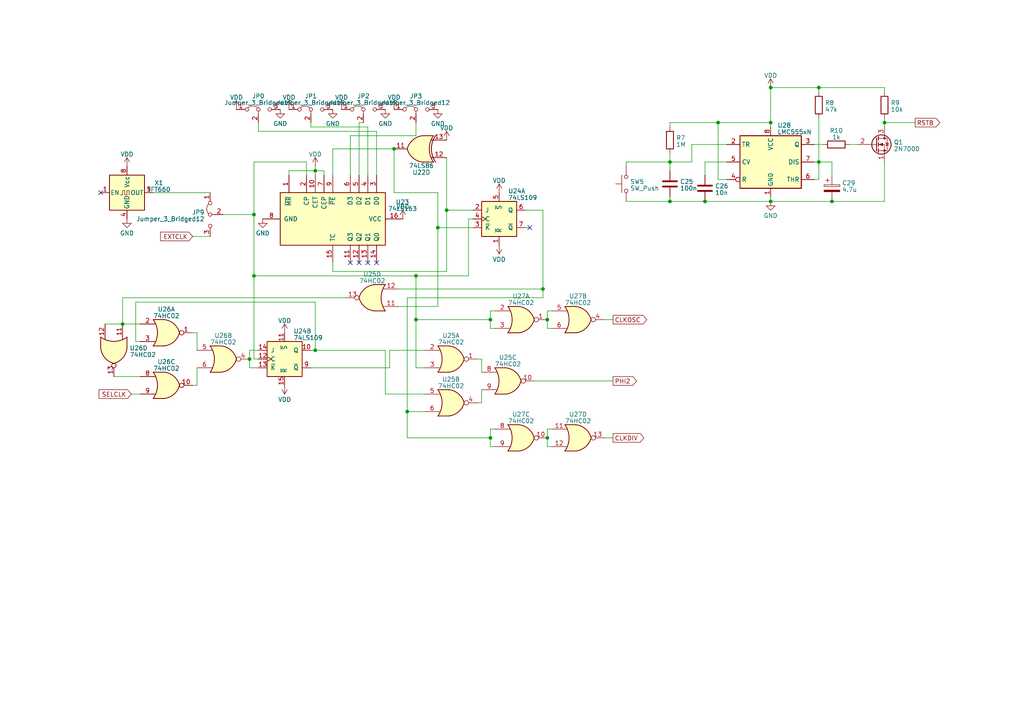
<source format=kicad_sch>
(kicad_sch (version 20230121) (generator eeschema)
  (paper "A4")
  (lib_symbols
    (symbol "74xx:74HC02" (pin_names (offset 1.016))
      (property "Reference" "U" (at 0 1.27 0))
      (property "Value" "74HC02" (at 0 -1.27 0))
      (symbol "74HC02_1_1"
        (arc (start -3.81 -3.81) (mid -2.589 0) (end -3.81 3.81) (stroke (width 0.254)))
        (arc (start -0.6096 -3.81) (mid 2.1842 -2.5851) (end 3.81 0) (stroke (width 0.254)) (fill (type background)))
        (polyline (pts (xy -3.81 -3.81) (xy -0.635 -3.81)) (stroke (width 0.254)) (fill (type background)))
        (polyline (pts (xy -3.81 3.81) (xy -0.635 3.81)) (stroke (width 0.254)) (fill (type background)))
        (polyline (pts (xy -0.635 3.81) (xy -3.81 3.81) (xy -3.81 3.81) (xy -3.556 3.4036) (xy -3.0226 2.2606) (xy -2.6924 1.0414) (xy -2.6162 -0.254) (xy -2.7686 -1.4986) (xy -3.175 -2.7178) (xy -3.81 -3.81) (xy -3.81 -3.81) (xy -0.635 -3.81)) (stroke (width -25.4)) (fill (type background)))
        (arc (start 3.81 0) (mid 2.1915 2.5936) (end -0.6096 3.81) (stroke (width 0.254)) (fill (type background)))
        (pin output inverted (at 7.62 0 180) (length 3.81) (name "~") (number "1"))
        (pin input line (at -7.62 2.54 0) (length 4.318) (name "~") (number "2"))
        (pin input line (at -7.62 -2.54 0) (length 4.318) (name "~") (number "3"))
      )
      (symbol "74HC02_1_2"
        (arc (start 0 -3.81) (mid 3.7934 0) (end 0 3.81) (stroke (width 0.254)) (fill (type background)))
        (polyline (pts (xy 0 3.81) (xy -3.81 3.81) (xy -3.81 -3.81) (xy 0 -3.81)) (stroke (width 0.254)) (fill (type background)))
        (pin output line (at 7.62 0 180) (length 3.81) (name "~") (number "1"))
        (pin input inverted (at -7.62 2.54 0) (length 3.81) (name "~") (number "2"))
        (pin input inverted (at -7.62 -2.54 0) (length 3.81) (name "~") (number "3"))
      )
      (symbol "74HC02_2_1"
        (arc (start -3.81 -3.81) (mid -2.589 0) (end -3.81 3.81) (stroke (width 0.254)))
        (arc (start -0.6096 -3.81) (mid 2.1842 -2.5851) (end 3.81 0) (stroke (width 0.254)) (fill (type background)))
        (polyline (pts (xy -3.81 -3.81) (xy -0.635 -3.81)) (stroke (width 0.254)) (fill (type background)))
        (polyline (pts (xy -3.81 3.81) (xy -0.635 3.81)) (stroke (width 0.254)) (fill (type background)))
        (polyline (pts (xy -0.635 3.81) (xy -3.81 3.81) (xy -3.81 3.81) (xy -3.556 3.4036) (xy -3.0226 2.2606) (xy -2.6924 1.0414) (xy -2.6162 -0.254) (xy -2.7686 -1.4986) (xy -3.175 -2.7178) (xy -3.81 -3.81) (xy -3.81 -3.81) (xy -0.635 -3.81)) (stroke (width -25.4)) (fill (type background)))
        (arc (start 3.81 0) (mid 2.1915 2.5936) (end -0.6096 3.81) (stroke (width 0.254)) (fill (type background)))
        (pin output inverted (at 7.62 0 180) (length 3.81) (name "~") (number "4"))
        (pin input line (at -7.62 2.54 0) (length 4.318) (name "~") (number "5"))
        (pin input line (at -7.62 -2.54 0) (length 4.318) (name "~") (number "6"))
      )
      (symbol "74HC02_2_2"
        (arc (start 0 -3.81) (mid 3.7934 0) (end 0 3.81) (stroke (width 0.254)) (fill (type background)))
        (polyline (pts (xy 0 3.81) (xy -3.81 3.81) (xy -3.81 -3.81) (xy 0 -3.81)) (stroke (width 0.254)) (fill (type background)))
        (pin output line (at 7.62 0 180) (length 3.81) (name "~") (number "4"))
        (pin input inverted (at -7.62 2.54 0) (length 3.81) (name "~") (number "5"))
        (pin input inverted (at -7.62 -2.54 0) (length 3.81) (name "~") (number "6"))
      )
      (symbol "74HC02_3_1"
        (arc (start -3.81 -3.81) (mid -2.589 0) (end -3.81 3.81) (stroke (width 0.254)))
        (arc (start -0.6096 -3.81) (mid 2.1842 -2.5851) (end 3.81 0) (stroke (width 0.254)) (fill (type background)))
        (polyline (pts (xy -3.81 -3.81) (xy -0.635 -3.81)) (stroke (width 0.254)) (fill (type background)))
        (polyline (pts (xy -3.81 3.81) (xy -0.635 3.81)) (stroke (width 0.254)) (fill (type background)))
        (polyline (pts (xy -0.635 3.81) (xy -3.81 3.81) (xy -3.81 3.81) (xy -3.556 3.4036) (xy -3.0226 2.2606) (xy -2.6924 1.0414) (xy -2.6162 -0.254) (xy -2.7686 -1.4986) (xy -3.175 -2.7178) (xy -3.81 -3.81) (xy -3.81 -3.81) (xy -0.635 -3.81)) (stroke (width -25.4)) (fill (type background)))
        (arc (start 3.81 0) (mid 2.1915 2.5936) (end -0.6096 3.81) (stroke (width 0.254)) (fill (type background)))
        (pin output inverted (at 7.62 0 180) (length 3.81) (name "~") (number "10"))
        (pin input line (at -7.62 2.54 0) (length 4.318) (name "~") (number "8"))
        (pin input line (at -7.62 -2.54 0) (length 4.318) (name "~") (number "9"))
      )
      (symbol "74HC02_3_2"
        (arc (start 0 -3.81) (mid 3.7934 0) (end 0 3.81) (stroke (width 0.254)) (fill (type background)))
        (polyline (pts (xy 0 3.81) (xy -3.81 3.81) (xy -3.81 -3.81) (xy 0 -3.81)) (stroke (width 0.254)) (fill (type background)))
        (pin output line (at 7.62 0 180) (length 3.81) (name "~") (number "10"))
        (pin input inverted (at -7.62 2.54 0) (length 3.81) (name "~") (number "8"))
        (pin input inverted (at -7.62 -2.54 0) (length 3.81) (name "~") (number "9"))
      )
      (symbol "74HC02_4_1"
        (arc (start -3.81 -3.81) (mid -2.589 0) (end -3.81 3.81) (stroke (width 0.254)))
        (arc (start -0.6096 -3.81) (mid 2.1842 -2.5851) (end 3.81 0) (stroke (width 0.254)) (fill (type background)))
        (polyline (pts (xy -3.81 -3.81) (xy -0.635 -3.81)) (stroke (width 0.254)) (fill (type background)))
        (polyline (pts (xy -3.81 3.81) (xy -0.635 3.81)) (stroke (width 0.254)) (fill (type background)))
        (polyline (pts (xy -0.635 3.81) (xy -3.81 3.81) (xy -3.81 3.81) (xy -3.556 3.4036) (xy -3.0226 2.2606) (xy -2.6924 1.0414) (xy -2.6162 -0.254) (xy -2.7686 -1.4986) (xy -3.175 -2.7178) (xy -3.81 -3.81) (xy -3.81 -3.81) (xy -0.635 -3.81)) (stroke (width -25.4)) (fill (type background)))
        (arc (start 3.81 0) (mid 2.1915 2.5936) (end -0.6096 3.81) (stroke (width 0.254)) (fill (type background)))
        (pin input line (at -7.62 2.54 0) (length 4.318) (name "~") (number "11"))
        (pin input line (at -7.62 -2.54 0) (length 4.318) (name "~") (number "12"))
        (pin output inverted (at 7.62 0 180) (length 3.81) (name "~") (number "13"))
      )
      (symbol "74HC02_4_2"
        (arc (start 0 -3.81) (mid 3.7934 0) (end 0 3.81) (stroke (width 0.254)) (fill (type background)))
        (polyline (pts (xy 0 3.81) (xy -3.81 3.81) (xy -3.81 -3.81) (xy 0 -3.81)) (stroke (width 0.254)) (fill (type background)))
        (pin input inverted (at -7.62 2.54 0) (length 3.81) (name "~") (number "11"))
        (pin input inverted (at -7.62 -2.54 0) (length 3.81) (name "~") (number "12"))
        (pin output line (at 7.62 0 180) (length 3.81) (name "~") (number "13"))
      )
      (symbol "74HC02_5_0"
        (pin power_in line (at 0 12.7 270) (length 5.08) (name "VCC") (number "14"))
        (pin power_in line (at 0 -12.7 90) (length 5.08) (name "GND") (number "7"))
      )
      (symbol "74HC02_5_1"
        (rectangle (start -5.08 7.62) (end 5.08 -7.62) (stroke (width 0.254)) (fill (type background)))
      )
    )
    (symbol "74xx:74LS109" (pin_names (offset 1.016))
      (property "Reference" "U" (at -7.62 8.89 0))
      (property "Value" "74LS109" (at -7.62 -8.89 0))
      (symbol "74LS109_1_0"
        (pin input line (at 0 -7.62 90) (length 2.54) (name "~{R}") (number "1"))
        (pin input line (at -7.62 2.54 0) (length 2.54) (name "J") (number "2"))
        (pin input line (at -7.62 -2.54 0) (length 2.54) (name "~{K}") (number "3"))
        (pin input clock (at -7.62 0 0) (length 2.54) (name "C") (number "4"))
        (pin input line (at 0 7.62 270) (length 2.54) (name "~{S}") (number "5"))
        (pin output line (at 7.62 2.54 180) (length 2.54) (name "Q") (number "6"))
        (pin output line (at 7.62 -2.54 180) (length 2.54) (name "~{Q}") (number "7"))
      )
      (symbol "74LS109_1_1"
        (rectangle (start -5.08 5.08) (end 5.08 -5.08) (stroke (width 0.254)) (fill (type background)))
      )
      (symbol "74LS109_2_0"
        (pin output line (at 7.62 2.54 180) (length 2.54) (name "Q") (number "10"))
        (pin input line (at 0 7.62 270) (length 2.54) (name "~{S}") (number "11"))
        (pin input clock (at -7.62 0 0) (length 2.54) (name "C") (number "12"))
        (pin input line (at -7.62 -2.54 0) (length 2.54) (name "~{K}") (number "13"))
        (pin input line (at -7.62 2.54 0) (length 2.54) (name "J") (number "14"))
        (pin input line (at 0 -7.62 90) (length 2.54) (name "~{R}") (number "15"))
        (pin output line (at 7.62 -2.54 180) (length 2.54) (name "~{Q}") (number "9"))
      )
      (symbol "74LS109_2_1"
        (rectangle (start -5.08 5.08) (end 5.08 -5.08) (stroke (width 0.254)) (fill (type background)))
      )
      (symbol "74LS109_3_0"
        (pin power_in line (at 0 10.16 270) (length 2.54) (name "VCC") (number "16"))
        (pin power_in line (at 0 -10.16 90) (length 2.54) (name "GND") (number "8"))
      )
      (symbol "74LS109_3_1"
        (rectangle (start -5.08 7.62) (end 5.08 -7.62) (stroke (width 0.254)) (fill (type background)))
      )
    )
    (symbol "74xx:74LS163" (pin_names (offset 1.016))
      (property "Reference" "U" (at -7.62 16.51 0))
      (property "Value" "74LS163" (at -7.62 -16.51 0))
      (symbol "74LS163_1_0"
        (pin input line (at -12.7 -12.7 0) (length 5.08) (name "~{MR}") (number "1"))
        (pin input line (at -12.7 -5.08 0) (length 5.08) (name "CET") (number "10"))
        (pin output line (at 12.7 5.08 180) (length 5.08) (name "Q3") (number "11"))
        (pin output line (at 12.7 7.62 180) (length 5.08) (name "Q2") (number "12"))
        (pin output line (at 12.7 10.16 180) (length 5.08) (name "Q1") (number "13"))
        (pin output line (at 12.7 12.7 180) (length 5.08) (name "Q0") (number "14"))
        (pin output line (at 12.7 0 180) (length 5.08) (name "TC") (number "15"))
        (pin power_in line (at 0 20.32 270) (length 5.08) (name "VCC") (number "16"))
        (pin input line (at -12.7 -7.62 0) (length 5.08) (name "CP") (number "2"))
        (pin input line (at -12.7 12.7 0) (length 5.08) (name "D0") (number "3"))
        (pin input line (at -12.7 10.16 0) (length 5.08) (name "D1") (number "4"))
        (pin input line (at -12.7 7.62 0) (length 5.08) (name "D2") (number "5"))
        (pin input line (at -12.7 5.08 0) (length 5.08) (name "D3") (number "6"))
        (pin input line (at -12.7 -2.54 0) (length 5.08) (name "CEP") (number "7"))
        (pin power_in line (at 0 -20.32 90) (length 5.08) (name "GND") (number "8"))
        (pin input line (at -12.7 0 0) (length 5.08) (name "~{PE}") (number "9"))
      )
      (symbol "74LS163_1_1"
        (rectangle (start -7.62 15.24) (end 7.62 -15.24) (stroke (width 0.254)) (fill (type background)))
      )
    )
    (symbol "74xx:74LS86" (pin_names (offset 1.016))
      (property "Reference" "U" (at 0 1.27 0))
      (property "Value" "74LS86" (at 0 -1.27 0))
      (symbol "74LS86_1_0"
        (arc (start -4.4196 -3.81) (mid -3.2033 0) (end -4.4196 3.81) (stroke (width 0.254)))
        (arc (start -3.81 -3.81) (mid -2.589 0) (end -3.81 3.81) (stroke (width 0.254)))
        (arc (start -0.6096 -3.81) (mid 2.1842 -2.5851) (end 3.81 0) (stroke (width 0.254)) (fill (type background)))
        (polyline (pts (xy -3.81 -3.81) (xy -0.635 -3.81)) (stroke (width 0.254)) (fill (type background)))
        (polyline (pts (xy -3.81 3.81) (xy -0.635 3.81)) (stroke (width 0.254)) (fill (type background)))
        (polyline (pts (xy -0.635 3.81) (xy -3.81 3.81) (xy -3.81 3.81) (xy -3.556 3.4036) (xy -3.0226 2.2606) (xy -2.6924 1.0414) (xy -2.6162 -0.254) (xy -2.7686 -1.4986) (xy -3.175 -2.7178) (xy -3.81 -3.81) (xy -3.81 -3.81) (xy -0.635 -3.81)) (stroke (width -25.4)) (fill (type background)))
        (arc (start 3.81 0) (mid 2.1915 2.5936) (end -0.6096 3.81) (stroke (width 0.254)) (fill (type background)))
        (pin input line (at -7.62 2.54 0) (length 4.445) (name "~") (number "1"))
        (pin input line (at -7.62 -2.54 0) (length 4.445) (name "~") (number "2"))
        (pin output line (at 7.62 0 180) (length 3.81) (name "~") (number "3"))
      )
      (symbol "74LS86_1_1"
        (polyline (pts (xy -3.81 -2.54) (xy -3.175 -2.54)) (stroke (width 0.1524)))
        (polyline (pts (xy -3.81 2.54) (xy -3.175 2.54)) (stroke (width 0.1524)))
      )
      (symbol "74LS86_2_0"
        (arc (start -4.4196 -3.81) (mid -3.2033 0) (end -4.4196 3.81) (stroke (width 0.254)))
        (arc (start -3.81 -3.81) (mid -2.589 0) (end -3.81 3.81) (stroke (width 0.254)))
        (arc (start -0.6096 -3.81) (mid 2.1842 -2.5851) (end 3.81 0) (stroke (width 0.254)) (fill (type background)))
        (polyline (pts (xy -3.81 -3.81) (xy -0.635 -3.81)) (stroke (width 0.254)) (fill (type background)))
        (polyline (pts (xy -3.81 3.81) (xy -0.635 3.81)) (stroke (width 0.254)) (fill (type background)))
        (polyline (pts (xy -0.635 3.81) (xy -3.81 3.81) (xy -3.81 3.81) (xy -3.556 3.4036) (xy -3.0226 2.2606) (xy -2.6924 1.0414) (xy -2.6162 -0.254) (xy -2.7686 -1.4986) (xy -3.175 -2.7178) (xy -3.81 -3.81) (xy -3.81 -3.81) (xy -0.635 -3.81)) (stroke (width -25.4)) (fill (type background)))
        (arc (start 3.81 0) (mid 2.1915 2.5936) (end -0.6096 3.81) (stroke (width 0.254)) (fill (type background)))
        (pin input line (at -7.62 2.54 0) (length 4.445) (name "~") (number "4"))
        (pin input line (at -7.62 -2.54 0) (length 4.445) (name "~") (number "5"))
        (pin output line (at 7.62 0 180) (length 3.81) (name "~") (number "6"))
      )
      (symbol "74LS86_2_1"
        (polyline (pts (xy -3.81 -2.54) (xy -3.175 -2.54)) (stroke (width 0.1524)))
        (polyline (pts (xy -3.81 2.54) (xy -3.175 2.54)) (stroke (width 0.1524)))
      )
      (symbol "74LS86_3_0"
        (arc (start -4.4196 -3.81) (mid -3.2033 0) (end -4.4196 3.81) (stroke (width 0.254)))
        (arc (start -3.81 -3.81) (mid -2.589 0) (end -3.81 3.81) (stroke (width 0.254)))
        (arc (start -0.6096 -3.81) (mid 2.1842 -2.5851) (end 3.81 0) (stroke (width 0.254)) (fill (type background)))
        (polyline (pts (xy -3.81 -3.81) (xy -0.635 -3.81)) (stroke (width 0.254)) (fill (type background)))
        (polyline (pts (xy -3.81 3.81) (xy -0.635 3.81)) (stroke (width 0.254)) (fill (type background)))
        (polyline (pts (xy -0.635 3.81) (xy -3.81 3.81) (xy -3.81 3.81) (xy -3.556 3.4036) (xy -3.0226 2.2606) (xy -2.6924 1.0414) (xy -2.6162 -0.254) (xy -2.7686 -1.4986) (xy -3.175 -2.7178) (xy -3.81 -3.81) (xy -3.81 -3.81) (xy -0.635 -3.81)) (stroke (width -25.4)) (fill (type background)))
        (arc (start 3.81 0) (mid 2.1915 2.5936) (end -0.6096 3.81) (stroke (width 0.254)) (fill (type background)))
        (pin input line (at -7.62 -2.54 0) (length 4.445) (name "~") (number "10"))
        (pin output line (at 7.62 0 180) (length 3.81) (name "~") (number "8"))
        (pin input line (at -7.62 2.54 0) (length 4.445) (name "~") (number "9"))
      )
      (symbol "74LS86_3_1"
        (polyline (pts (xy -3.81 -2.54) (xy -3.175 -2.54)) (stroke (width 0.1524)))
        (polyline (pts (xy -3.81 2.54) (xy -3.175 2.54)) (stroke (width 0.1524)))
      )
      (symbol "74LS86_4_0"
        (arc (start -4.4196 -3.81) (mid -3.2033 0) (end -4.4196 3.81) (stroke (width 0.254)))
        (arc (start -3.81 -3.81) (mid -2.589 0) (end -3.81 3.81) (stroke (width 0.254)))
        (arc (start -0.6096 -3.81) (mid 2.1842 -2.5851) (end 3.81 0) (stroke (width 0.254)) (fill (type background)))
        (polyline (pts (xy -3.81 -3.81) (xy -0.635 -3.81)) (stroke (width 0.254)) (fill (type background)))
        (polyline (pts (xy -3.81 3.81) (xy -0.635 3.81)) (stroke (width 0.254)) (fill (type background)))
        (polyline (pts (xy -0.635 3.81) (xy -3.81 3.81) (xy -3.81 3.81) (xy -3.556 3.4036) (xy -3.0226 2.2606) (xy -2.6924 1.0414) (xy -2.6162 -0.254) (xy -2.7686 -1.4986) (xy -3.175 -2.7178) (xy -3.81 -3.81) (xy -3.81 -3.81) (xy -0.635 -3.81)) (stroke (width -25.4)) (fill (type background)))
        (arc (start 3.81 0) (mid 2.1915 2.5936) (end -0.6096 3.81) (stroke (width 0.254)) (fill (type background)))
        (pin output line (at 7.62 0 180) (length 3.81) (name "~") (number "11"))
        (pin input line (at -7.62 2.54 0) (length 4.445) (name "~") (number "12"))
        (pin input line (at -7.62 -2.54 0) (length 4.445) (name "~") (number "13"))
      )
      (symbol "74LS86_4_1"
        (polyline (pts (xy -3.81 -2.54) (xy -3.175 -2.54)) (stroke (width 0.1524)))
        (polyline (pts (xy -3.81 2.54) (xy -3.175 2.54)) (stroke (width 0.1524)))
      )
      (symbol "74LS86_5_0"
        (pin power_in line (at 0 12.7 270) (length 5.08) (name "VCC") (number "14"))
        (pin power_in line (at 0 -12.7 90) (length 5.08) (name "GND") (number "7"))
      )
      (symbol "74LS86_5_1"
        (rectangle (start -5.08 7.62) (end 5.08 -7.62) (stroke (width 0.254)) (fill (type background)))
      )
    )
    (symbol "Device:C" (pin_numbers hide) (pin_names (offset 0.254))
      (property "Reference" "C" (at 0.635 2.54 0))
      (property "Value" "C" (at 0.635 -2.54 0))
      (symbol "C_0_1"
        (polyline (pts (xy -2.032 -0.762) (xy 2.032 -0.762)) (stroke (width 0.508)))
        (polyline (pts (xy -2.032 0.762) (xy 2.032 0.762)) (stroke (width 0.508)))
      )
      (symbol "C_1_1"
        (pin passive line (at 0 3.81 270) (length 2.794) (name "~") (number "1"))
        (pin passive line (at 0 -3.81 90) (length 2.794) (name "~") (number "2"))
      )
    )
    (symbol "Device:C_Polarized" (pin_numbers hide) (pin_names (offset 0.254))
      (property "Reference" "C" (at 0.635 2.54 0))
      (property "Value" "C_Polarized" (at 0.635 -2.54 0))
      (symbol "C_Polarized_0_1"
        (rectangle (start -2.286 0.508) (end 2.286 1.016))
        (polyline (pts (xy -1.778 2.286) (xy -0.762 2.286)))
        (polyline (pts (xy -1.27 2.794) (xy -1.27 1.778)))
        (rectangle (start 2.286 -0.508) (end -2.286 -1.016) (fill (type outline)))
      )
      (symbol "C_Polarized_1_1"
        (pin passive line (at 0 3.81 270) (length 2.794) (name "~") (number "1"))
        (pin passive line (at 0 -3.81 90) (length 2.794) (name "~") (number "2"))
      )
    )
    (symbol "Device:R" (pin_numbers hide) (pin_names (offset 0))
      (property "Reference" "R" (at 2.032 0 90))
      (property "Value" "R" (at 0 0 90))
      (symbol "R_0_1"
        (rectangle (start -1.016 -2.54) (end 1.016 2.54) (stroke (width 0.254)))
      )
      (symbol "R_1_1"
        (pin passive line (at 0 3.81 270) (length 1.27) (name "~") (number "1"))
        (pin passive line (at 0 -3.81 90) (length 1.27) (name "~") (number "2"))
      )
    )
    (symbol "Jumper:Jumper_3_Bridged12" (pin_names (offset 0) hide)
      (property "Reference" "JP" (at -2.54 -2.54 0))
      (property "Value" "Jumper_3_Bridged12" (at 0 2.794 0))
      (symbol "Jumper_3_Bridged12_0_0"
        (circle (center -3.302 0) (radius 0.508))
        (circle (center 0 0) (radius 0.508))
        (circle (center 3.302 0) (radius 0.508))
      )
      (symbol "Jumper_3_Bridged12_0_1"
        (arc (start -0.254 0.508) (mid -1.651 0.9912) (end -3.048 0.508))
        (polyline (pts (xy 0 -1.27) (xy 0 -0.508)))
      )
      (symbol "Jumper_3_Bridged12_1_1"
        (pin passive line (at -6.35 0 0) (length 2.54) (name "A") (number "1"))
        (pin passive line (at 0 -3.81 90) (length 2.54) (name "C") (number "2"))
        (pin passive line (at 6.35 0 180) (length 2.54) (name "B") (number "3"))
      )
    )
    (symbol "Oscillator:TFT660" (pin_names (offset 0.254))
      (property "Reference" "X" (at -5.08 6.35 0))
      (property "Value" "TFT660" (at 1.27 -6.35 0))
      (symbol "TFT660_0_1"
        (rectangle (start -5.08 5.08) (end 5.08 -5.08) (stroke (width 0.254)) (fill (type background)))
        (polyline (pts (xy -1.905 -0.635) (xy -1.27 -0.635) (xy -1.27 0.635) (xy -0.635 0.635) (xy -0.635 -0.635) (xy 0 -0.635) (xy 0 0.635) (xy 0.635 0.635) (xy 0.635 -0.635)))
      )
      (symbol "TFT660_1_1"
        (pin input line (at -7.62 0 0) (length 2.54) (name "EN") (number "1"))
        (pin power_in line (at 0 -7.62 90) (length 2.54) (name "GND") (number "4"))
        (pin output line (at 7.62 0 180) (length 2.54) (name "OUT") (number "5"))
        (pin power_in line (at 0 7.62 270) (length 2.54) (name "Vcc") (number "8"))
      )
    )
    (symbol "Switch:SW_Push" (pin_numbers hide) (pin_names (offset 1.016) hide)
      (property "Reference" "SW" (at 1.27 2.54 0))
      (property "Value" "SW_Push" (at 0 -1.524 0))
      (symbol "SW_Push_0_1"
        (circle (center -2.032 0) (radius 0.508))
        (polyline (pts (xy 0 1.27) (xy 0 3.048)))
        (polyline (pts (xy 2.54 1.27) (xy -2.54 1.27)))
        (circle (center 2.032 0) (radius 0.508))
        (pin passive line (at -5.08 0 0) (length 2.54) (name "1") (number "1"))
        (pin passive line (at 5.08 0 180) (length 2.54) (name "2") (number "2"))
      )
    )
    (symbol "Timer:LMC555xN"
      (property "Reference" "U" (at -10.16 8.89 0))
      (property "Value" "LMC555xN" (at 2.54 8.89 0))
      (symbol "LMC555xN_0_0"
        (pin power_in line (at 0 -10.16 90) (length 2.54) (name "GND") (number "1"))
        (pin power_in line (at 0 10.16 270) (length 2.54) (name "VCC") (number "8"))
      )
      (symbol "LMC555xN_0_1"
        (rectangle (start -8.89 -7.62) (end 8.89 7.62) (stroke (width 0.254)) (fill (type background)))
        (rectangle (start -8.89 -7.62) (end 8.89 7.62) (stroke (width 0.254)) (fill (type background)))
      )
      (symbol "LMC555xN_1_1"
        (pin input line (at -12.7 5.08 0) (length 3.81) (name "TR") (number "2"))
        (pin output line (at 12.7 5.08 180) (length 3.81) (name "Q") (number "3"))
        (pin input inverted (at -12.7 -5.08 0) (length 3.81) (name "R") (number "4"))
        (pin input line (at -12.7 0 0) (length 3.81) (name "CV") (number "5"))
        (pin input line (at 12.7 -5.08 180) (length 3.81) (name "THR") (number "6"))
        (pin input line (at 12.7 0 180) (length 3.81) (name "DIS") (number "7"))
      )
    )
    (symbol "Transistor_FET:2N7000" (pin_names hide)
      (property "Reference" "Q" (at 5.08 1.905 0))
      (property "Value" "2N7000" (at 5.08 0 0))
      (symbol "2N7000_0_1"
        (polyline (pts (xy 0.254 0) (xy -2.54 0)))
        (polyline (pts (xy 0.254 1.905) (xy 0.254 -1.905)) (stroke (width 0.254)))
        (polyline (pts (xy 0.762 -1.27) (xy 0.762 -2.286)) (stroke (width 0.254)))
        (polyline (pts (xy 0.762 0.508) (xy 0.762 -0.508)) (stroke (width 0.254)))
        (polyline (pts (xy 0.762 2.286) (xy 0.762 1.27)) (stroke (width 0.254)))
        (polyline (pts (xy 2.54 2.54) (xy 2.54 1.778)))
        (polyline (pts (xy 2.54 -2.54) (xy 2.54 0) (xy 0.762 0)))
        (polyline (pts (xy 0.762 -1.778) (xy 3.302 -1.778) (xy 3.302 1.778) (xy 0.762 1.778)))
        (polyline (pts (xy 1.016 0) (xy 2.032 0.381) (xy 2.032 -0.381) (xy 1.016 0)) (fill (type outline)))
        (polyline (pts (xy 2.794 0.508) (xy 2.921 0.381) (xy 3.683 0.381) (xy 3.81 0.254)))
        (polyline (pts (xy 3.302 0.381) (xy 2.921 -0.254) (xy 3.683 -0.254) (xy 3.302 0.381)))
        (circle (center 1.651 0) (radius 2.794) (stroke (width 0.254)))
        (circle (center 2.54 -1.778) (radius 0.254) (fill (type outline)))
        (circle (center 2.54 1.778) (radius 0.254) (fill (type outline)))
      )
      (symbol "2N7000_1_1"
        (pin passive line (at 2.54 -5.08 90) (length 2.54) (name "S") (number "1"))
        (pin input line (at -5.08 0 0) (length 2.54) (name "G") (number "2"))
        (pin passive line (at 2.54 5.08 270) (length 2.54) (name "D") (number "3"))
      )
    )
    (symbol "power:GND" (power) (pin_names (offset 0))
      (property "Value" "GND" (at 0 -3.81 0))
      (symbol "GND_0_1"
        (polyline (pts (xy 0 0) (xy 0 -1.27) (xy 1.27 -1.27) (xy 0 -2.54) (xy -1.27 -1.27) (xy 0 -1.27)))
      )
      (symbol "GND_1_1"
        (pin power_in line (at 0 0 270) (length 0) hide (name "GND") (number "1"))
      )
    )
    (symbol "power:VDD" (power) (pin_names (offset 0))
      (property "Value" "VDD" (at 0 3.81 0))
      (symbol "VDD_0_1"
        (polyline (pts (xy -0.762 1.27) (xy 0 2.54)))
        (polyline (pts (xy 0 0) (xy 0 2.54)))
        (polyline (pts (xy 0 2.54) (xy 0.762 1.27)))
      )
      (symbol "VDD_1_1"
        (pin power_in line (at 0 0 90) (length 0) hide (name "VDD") (number "1"))
      )
    )
  )
  (junction (at 118.11 119.38))
  (junction (at 223.52 35.56))
  (junction (at 120.65 80.01))
  (junction (at 237.49 46.99))
  (junction (at 127 66.04))
  (junction (at 157.48 83.82))
  (junction (at 241.3 58.42))
  (junction (at 73.66 62.23))
  (junction (at 237.49 25.4))
  (junction (at 129.54 60.96))
  (junction (at 91.44 49.53))
  (junction (at 91.44 101.6))
  (junction (at 223.52 25.4))
  (junction (at 158.75 92.71))
  (junction (at 208.28 35.56))
  (junction (at 35.56 93.98))
  (junction (at 72.39 104.14))
  (junction (at 142.24 127))
  (junction (at 223.52 58.42))
  (junction (at 120.65 92.71))
  (junction (at 73.66 80.01))
  (junction (at 194.31 46.99))
  (junction (at 142.24 92.71))
  (junction (at 204.47 58.42))
  (junction (at 194.31 58.42))
  (junction (at 256.54 35.56))
  (junction (at 114.3 43.18))
  (junction (at 158.75 127))
  (no_connect (at 109.22 76.2))
  (no_connect (at 29.21 55.88))
  (no_connect (at 153.67 66.04))
  (no_connect (at 101.6 76.2))
  (no_connect (at 104.14 76.2))
  (no_connect (at 106.68 76.2))
  (wire (pts (xy 158.75 92.71) (xy 158.75 90.17)))
  (wire (pts (xy 90.17 106.68) (xy 113.03 106.68)))
  (wire (pts (xy 200.66 46.99) (xy 194.31 46.99)))
  (wire (pts (xy 256.54 35.56) (xy 256.54 36.83)))
  (wire (pts (xy 157.48 86.36) (xy 118.11 86.36)))
  (wire (pts (xy 64.77 62.23) (xy 73.66 62.23)))
  (wire (pts (xy 129.54 60.96) (xy 129.54 78.74)))
  (wire (pts (xy 73.66 46.99) (xy 73.66 62.23)))
  (wire (pts (xy 139.7 113.03) (xy 139.7 116.84)))
  (wire (pts (xy 160.02 95.25) (xy 158.75 95.25)))
  (wire (pts (xy 129.54 78.74) (xy 96.52 78.74)))
  (wire (pts (xy 158.75 127) (xy 158.75 129.54)))
  (wire (pts (xy 35.56 86.36) (xy 35.56 93.98)))
  (wire (pts (xy 210.82 52.07) (xy 208.28 52.07)))
  (wire (pts (xy 256.54 58.42) (xy 256.54 46.99)))
  (wire (pts (xy 204.47 58.42) (xy 223.52 58.42)))
  (wire (pts (xy 93.98 50.8) (xy 93.98 49.53)))
  (wire (pts (xy 118.11 119.38) (xy 123.19 119.38)))
  (wire (pts (xy 256.54 25.4) (xy 237.49 25.4)))
  (wire (pts (xy 33.02 109.22) (xy 40.64 109.22)))
  (wire (pts (xy 194.31 58.42) (xy 204.47 58.42)))
  (wire (pts (xy 236.22 46.99) (xy 237.49 46.99)))
  (wire (pts (xy 106.68 36.83) (xy 106.68 50.8)))
  (wire (pts (xy 175.26 92.71) (xy 177.8 92.71)))
  (wire (pts (xy 57.15 101.6) (xy 57.15 96.52)))
  (wire (pts (xy 143.51 124.46) (xy 142.24 124.46)))
  (wire (pts (xy 142.24 95.25) (xy 143.51 95.25)))
  (wire (pts (xy 256.54 34.29) (xy 256.54 35.56)))
  (wire (pts (xy 39.37 99.06) (xy 39.37 87.63)))
  (wire (pts (xy 96.52 43.18) (xy 114.3 43.18)))
  (wire (pts (xy 223.52 35.56) (xy 223.52 36.83)))
  (wire (pts (xy 241.3 50.8) (xy 241.3 46.99)))
  (wire (pts (xy 109.22 38.1) (xy 109.22 50.8)))
  (wire (pts (xy 142.24 92.71) (xy 142.24 95.25)))
  (wire (pts (xy 115.57 83.82) (xy 157.48 83.82)))
  (wire (pts (xy 96.52 78.74) (xy 96.52 76.2)))
  (wire (pts (xy 113.03 101.6) (xy 123.19 101.6)))
  (wire (pts (xy 152.4 60.96) (xy 157.48 60.96)))
  (wire (pts (xy 127 88.9) (xy 127 66.04)))
  (wire (pts (xy 142.24 90.17) (xy 142.24 92.71)))
  (wire (pts (xy 237.49 25.4) (xy 237.49 26.67)))
  (wire (pts (xy 74.93 106.68) (xy 72.39 106.68)))
  (wire (pts (xy 142.24 92.71) (xy 120.65 92.71)))
  (wire (pts (xy 93.98 49.53) (xy 91.44 49.53)))
  (wire (pts (xy 223.52 25.4) (xy 223.52 35.56)))
  (wire (pts (xy 91.44 48.26) (xy 91.44 49.53)))
  (wire (pts (xy 73.66 80.01) (xy 120.65 80.01)))
  (wire (pts (xy 118.11 127) (xy 142.24 127)))
  (wire (pts (xy 44.45 55.88) (xy 60.96 55.88)))
  (wire (pts (xy 241.3 46.99) (xy 237.49 46.99)))
  (wire (pts (xy 83.82 49.53) (xy 91.44 49.53)))
  (wire (pts (xy 90.17 35.56) (xy 90.17 36.83)))
  (wire (pts (xy 236.22 41.91) (xy 238.76 41.91)))
  (wire (pts (xy 39.37 87.63) (xy 91.44 87.63)))
  (wire (pts (xy 138.43 104.14) (xy 139.7 104.14)))
  (wire (pts (xy 118.11 119.38) (xy 118.11 127)))
  (wire (pts (xy 73.66 62.23) (xy 73.66 80.01)))
  (wire (pts (xy 175.26 127) (xy 177.8 127)))
  (wire (pts (xy 154.94 110.49) (xy 177.8 110.49)))
  (wire (pts (xy 256.54 26.67) (xy 256.54 25.4)))
  (wire (pts (xy 223.52 57.15) (xy 223.52 58.42)))
  (wire (pts (xy 237.49 46.99) (xy 237.49 52.07)))
  (wire (pts (xy 157.48 60.96) (xy 157.48 83.82)))
  (wire (pts (xy 194.31 44.45) (xy 194.31 46.99)))
  (wire (pts (xy 120.65 80.01) (xy 135.89 80.01)))
  (wire (pts (xy 181.61 48.26) (xy 181.61 46.99)))
  (wire (pts (xy 237.49 34.29) (xy 237.49 46.99)))
  (wire (pts (xy 129.54 45.72) (xy 129.54 60.96)))
  (wire (pts (xy 72.39 101.6) (xy 72.39 104.14)))
  (wire (pts (xy 139.7 116.84) (xy 138.43 116.84)))
  (wire (pts (xy 158.75 95.25) (xy 158.75 92.71)))
  (wire (pts (xy 74.93 104.14) (xy 73.66 104.14)))
  (wire (pts (xy 91.44 87.63) (xy 91.44 101.6)))
  (wire (pts (xy 194.31 57.15) (xy 194.31 58.42)))
  (wire (pts (xy 158.75 90.17) (xy 160.02 90.17)))
  (wire (pts (xy 142.24 129.54) (xy 143.51 129.54)))
  (wire (pts (xy 142.24 127) (xy 142.24 129.54)))
  (wire (pts (xy 73.66 46.99) (xy 88.9 46.99)))
  (wire (pts (xy 139.7 104.14) (xy 139.7 107.95)))
  (wire (pts (xy 115.57 88.9) (xy 127 88.9)))
  (wire (pts (xy 88.9 46.99) (xy 88.9 50.8)))
  (wire (pts (xy 137.16 63.5) (xy 135.89 63.5)))
  (wire (pts (xy 57.15 111.76) (xy 55.88 111.76)))
  (wire (pts (xy 157.48 83.82) (xy 157.48 86.36)))
  (wire (pts (xy 127 55.88) (xy 127 66.04)))
  (wire (pts (xy 181.61 58.42) (xy 194.31 58.42)))
  (wire (pts (xy 152.4 66.04) (xy 153.67 66.04)))
  (wire (pts (xy 120.65 80.01) (xy 120.65 92.71)))
  (wire (pts (xy 158.75 129.54) (xy 160.02 129.54)))
  (wire (pts (xy 123.19 106.68) (xy 120.65 106.68)))
  (wire (pts (xy 104.14 35.56) (xy 104.14 50.8)))
  (wire (pts (xy 57.15 96.52) (xy 55.88 96.52)))
  (wire (pts (xy 118.11 86.36) (xy 118.11 119.38)))
  (wire (pts (xy 100.33 86.36) (xy 35.56 86.36)))
  (wire (pts (xy 57.15 106.68) (xy 57.15 111.76)))
  (wire (pts (xy 40.64 99.06) (xy 39.37 99.06)))
  (wire (pts (xy 210.82 41.91) (xy 200.66 41.91)))
  (wire (pts (xy 194.31 35.56) (xy 208.28 35.56)))
  (wire (pts (xy 241.3 58.42) (xy 256.54 58.42)))
  (wire (pts (xy 120.65 39.37) (xy 120.65 35.56)))
  (wire (pts (xy 74.93 35.56) (xy 74.93 38.1)))
  (wire (pts (xy 237.49 25.4) (xy 223.52 25.4)))
  (wire (pts (xy 55.88 68.58) (xy 60.96 68.58)))
  (wire (pts (xy 246.38 41.91) (xy 248.92 41.91)))
  (wire (pts (xy 135.89 63.5) (xy 135.89 80.01)))
  (wire (pts (xy 123.19 114.3) (xy 111.76 114.3)))
  (wire (pts (xy 113.03 106.68) (xy 113.03 101.6)))
  (wire (pts (xy 96.52 50.8) (xy 96.52 43.18)))
  (wire (pts (xy 105.41 35.56) (xy 104.14 35.56)))
  (wire (pts (xy 127 66.04) (xy 137.16 66.04)))
  (wire (pts (xy 90.17 36.83) (xy 106.68 36.83)))
  (wire (pts (xy 101.6 50.8) (xy 101.6 39.37)))
  (wire (pts (xy 158.75 124.46) (xy 158.75 127)))
  (wire (pts (xy 210.82 46.99) (xy 204.47 46.99)))
  (wire (pts (xy 73.66 104.14) (xy 73.66 80.01)))
  (wire (pts (xy 74.93 38.1) (xy 109.22 38.1)))
  (wire (pts (xy 208.28 35.56) (xy 223.52 35.56)))
  (wire (pts (xy 137.16 60.96) (xy 129.54 60.96)))
  (wire (pts (xy 204.47 46.99) (xy 204.47 50.8)))
  (wire (pts (xy 35.56 93.98) (xy 40.64 93.98)))
  (wire (pts (xy 38.1 114.3) (xy 40.64 114.3)))
  (wire (pts (xy 237.49 52.07) (xy 236.22 52.07)))
  (wire (pts (xy 72.39 106.68) (xy 72.39 104.14)))
  (wire (pts (xy 91.44 101.6) (xy 111.76 101.6)))
  (wire (pts (xy 101.6 39.37) (xy 120.65 39.37)))
  (wire (pts (xy 194.31 36.83) (xy 194.31 35.56)))
  (wire (pts (xy 200.66 41.91) (xy 200.66 46.99)))
  (wire (pts (xy 83.82 50.8) (xy 83.82 49.53)))
  (wire (pts (xy 160.02 124.46) (xy 158.75 124.46)))
  (wire (pts (xy 143.51 90.17) (xy 142.24 90.17)))
  (wire (pts (xy 91.44 49.53) (xy 91.44 50.8)))
  (wire (pts (xy 114.3 55.88) (xy 127 55.88)))
  (wire (pts (xy 181.61 46.99) (xy 194.31 46.99)))
  (wire (pts (xy 91.44 101.6) (xy 90.17 101.6)))
  (wire (pts (xy 30.48 93.98) (xy 35.56 93.98)))
  (wire (pts (xy 223.52 58.42) (xy 241.3 58.42)))
  (wire (pts (xy 208.28 52.07) (xy 208.28 35.56)))
  (wire (pts (xy 114.3 43.18) (xy 114.3 55.88)))
  (wire (pts (xy 142.24 124.46) (xy 142.24 127)))
  (wire (pts (xy 120.65 92.71) (xy 120.65 106.68)))
  (wire (pts (xy 194.31 46.99) (xy 194.31 49.53)))
  (wire (pts (xy 74.93 101.6) (xy 72.39 101.6)))
  (wire (pts (xy 256.54 35.56) (xy 265.43 35.56)))
  (wire (pts (xy 111.76 101.6) (xy 111.76 114.3)))
  (global_label "SELCLK" (shape input) (at 38.1 114.3 180) (property "Intersheetrefs" "${INTERSHEET_REFS}" (effects hide)))
  (global_label "RSTB" (shape output) (at 265.43 35.56 0) (property "Intersheetrefs" "${INTERSHEET_REFS}" (effects hide)))
  (global_label "CLKDIV" (shape output) (at 177.8 127 0) (property "Intersheetrefs" "${INTERSHEET_REFS}" (effects hide)))
  (global_label "PHI2" (shape output) (at 177.8 110.49 0) (property "Intersheetrefs" "${INTERSHEET_REFS}" (effects hide)))
  (global_label "EXTCLK" (shape input) (at 55.88 68.58 180) (property "Intersheetrefs" "${INTERSHEET_REFS}" (effects hide)))
  (global_label "CLKOSC" (shape output) (at 177.8 92.71 0) (property "Intersheetrefs" "${INTERSHEET_REFS}" (effects hide)))
  (symbol (lib_id "power:GND") (at 36.83 63.5 0) (unit 1)
    (property "Reference" "#PWR05" (effects hide))
    (property "Value" "GND" (at 36.83 67.6355 0))
    (instances (project "EXP6502" (path "" (reference "#PWR05") (unit 1)) (path "" (reference "#PWR010") (unit 1)) (path "" (reference "#PWR012") (unit 1)) (path "" (reference "#PWR077") (unit 1))))
  )
  (symbol (lib_id "Device:R") (at 194.31 40.64 0) (unit 1)
    (property "Reference" "R7" (at 196.088 39.9963 0) (effects (justify left)))
    (property "Value" "1M" (at 196.088 41.9173 0) (effects (justify left)))
    (property "Footprint" "Resistor_THT:R_Axial_DIN0207_L6.3mm_D2.5mm_P2.54mm_Vertical" (effects hide))
  )
  (symbol (lib_id "power:GND") (at 223.52 58.42 0) (unit 1)
    (property "Reference" "#PWR05" (effects hide))
    (property "Value" "GND" (at 223.52 62.5555 0))
    (instances (project "EXP6502" (path "" (reference "#PWR05") (unit 1)) (path "" (reference "#PWR010") (unit 1)) (path "" (reference "#PWR012") (unit 1)) (path "" (reference "#PWR089") (unit 1))))
  )
  (symbol (lib_id "Jumper:Jumper_3_Bridged12") (at 60.96 62.23 90) (mirror x) (unit 1)
    (property "Reference" "JP9" (at 59.3338 61.5863 90) (effects (justify left)))
    (property "Value" "Jumper_3_Bridged12" (at 59.3338 63.5073 90) (effects (justify left)))
    (property "Footprint" "Connector_PinHeader_2.54mm:PinHeader_1x03_P2.54mm_Vertical" (effects hide))
  )
  (symbol (lib_id "74xx:74HC02") (at 107.95 86.36 180) (unit 4)
    (property "Reference" "U25" (at 107.95 79.5401 0))
    (property "Value" "74HC02" (at 107.95 81.4611 0))
    (property "Footprint" "Package_DIP:DIP-14_W7.62mm" (effects hide))
    (property "Datasheet" "http://www.ti.com/lit/gpn/sn74hc02" (effects hide))
  )
  (symbol (lib_id "power:GND") (at 96.52 31.75 0) (unit 1)
    (property "Reference" "#PWR05" (effects hide))
    (property "Value" "GND" (at 96.52 35.8855 0))
    (instances (project "EXP6502" (path "" (reference "#PWR05") (unit 1)) (path "" (reference "#PWR010") (unit 1)) (path "" (reference "#PWR012") (unit 1)) (path "" (reference "#PWR074") (unit 1))))
  )
  (symbol (lib_id "power:VDD") (at 36.83 48.26 0) (unit 1)
    (property "Reference" "#PWR01" (effects hide))
    (property "Value" "VDD" (at 36.83 44.7581 0))
    (instances (project "EXP6502" (path "" (reference "#PWR01") (unit 1)) (path "" (reference "#PWR09") (unit 1)) (path "" (reference "#PWR011") (unit 1)) (path "" (reference "#PWR078") (unit 1))))
  )
  (symbol (lib_id "power:VDD") (at 99.06 31.75 0) (unit 1)
    (property "Reference" "#PWR01" (effects hide))
    (property "Value" "VDD" (at 99.06 28.2481 0))
    (instances (project "EXP6502" (path "" (reference "#PWR01") (unit 1)) (path "" (reference "#PWR09") (unit 1)) (path "" (reference "#PWR011") (unit 1)) (path "" (reference "#PWR071") (unit 1))))
  )
  (symbol (lib_id "Device:C_Polarized") (at 241.3 54.61 0) (unit 1)
    (property "Reference" "C29" (at 244.221 53.0773 0) (effects (justify left)))
    (property "Value" "4.7u" (at 244.221 54.9983 0) (effects (justify left)))
    (property "Footprint" "Capacitor_THT:CP_Radial_D5.0mm_P2.00mm" (effects hide))
  )
  (symbol (lib_id "74xx:74HC02") (at 33.02 101.6 270) (unit 4)
    (property "Reference" "U26" (at 37.592 100.9563 90) (effects (justify left)))
    (property "Value" "74HC02" (at 37.592 102.8773 90) (effects (justify left)))
    (property "Footprint" "Package_DIP:DIP-14_W7.62mm" (effects hide))
    (property "Datasheet" "http://www.ti.com/lit/gpn/sn74hc02" (effects hide))
  )
  (symbol (lib_id "power:VDD") (at 82.55 96.52 0) (unit 1)
    (property "Reference" "#PWR01" (effects hide))
    (property "Value" "VDD" (at 82.55 93.0181 0))
    (instances (project "EXP6502" (path "" (reference "#PWR01") (unit 1)) (path "" (reference "#PWR09") (unit 1)) (path "" (reference "#PWR011") (unit 1)) (path "" (reference "#PWR063") (unit 1))))
  )
  (symbol (lib_id "power:VDD") (at 68.58 31.75 0) (unit 1)
    (property "Reference" "#PWR01" (effects hide))
    (property "Value" "VDD" (at 68.58 28.2481 0))
    (instances (project "EXP6502" (path "" (reference "#PWR01") (unit 1)) (path "" (reference "#PWR09") (unit 1)) (path "" (reference "#PWR011") (unit 1)) (path "" (reference "#PWR069") (unit 1))))
  )
  (symbol (lib_id "74xx:74LS163") (at 96.52 63.5 270) (unit 1)
    (property "Reference" "U23" (at 116.736 58.6103 90))
    (property "Value" "74LS163" (at 116.736 60.5313 90))
    (property "Footprint" "Package_DIP:DIP-16_W7.62mm" (effects hide))
    (property "Datasheet" "http://www.ti.com/lit/gpn/sn74LS163" (effects hide))
  )
  (symbol (lib_id "Jumper:Jumper_3_Bridged12") (at 120.65 31.75 0) (unit 1)
    (property "Reference" "JP3" (at 120.65 27.8759 0))
    (property "Value" "Jumper_3_Bridged12" (at 120.65 29.7969 0))
    (property "Footprint" "Connector_PinHeader_2.54mm:PinHeader_1x03_P2.54mm_Vertical" (effects hide))
  )
  (symbol (lib_id "Jumper:Jumper_3_Bridged12") (at 74.93 31.75 0) (unit 1)
    (property "Reference" "JP0" (at 74.93 27.8759 0))
    (property "Value" "Jumper_3_Bridged12" (at 74.93 29.7969 0))
    (property "Footprint" "Connector_PinHeader_2.54mm:PinHeader_1x03_P2.54mm_Vertical" (effects hide))
  )
  (symbol (lib_id "power:VDD") (at 116.84 63.5 0) (unit 1)
    (property "Reference" "#PWR01" (effects hide))
    (property "Value" "VDD" (at 116.84 59.9981 0))
    (instances (project "EXP6502" (path "" (reference "#PWR01") (unit 1)) (path "" (reference "#PWR09") (unit 1)) (path "" (reference "#PWR011") (unit 1)) (path "" (reference "#PWR062") (unit 1))))
  )
  (symbol (lib_id "power:VDD") (at 114.3 31.75 0) (unit 1)
    (property "Reference" "#PWR01" (effects hide))
    (property "Value" "VDD" (at 114.3 28.2481 0))
    (instances (project "EXP6502" (path "" (reference "#PWR01") (unit 1)) (path "" (reference "#PWR09") (unit 1)) (path "" (reference "#PWR011") (unit 1)) (path "" (reference "#PWR072") (unit 1))))
  )
  (symbol (lib_id "74xx:74HC02") (at 147.32 110.49 0) (unit 3)
    (property "Reference" "U25" (at 147.32 103.6701 0))
    (property "Value" "74HC02" (at 147.32 105.5911 0))
    (property "Footprint" "Package_DIP:DIP-14_W7.62mm" (effects hide))
    (property "Datasheet" "http://www.ti.com/lit/gpn/sn74hc02" (effects hide))
  )
  (symbol (lib_id "Jumper:Jumper_3_Bridged12") (at 90.17 31.75 0) (unit 1)
    (property "Reference" "JP1" (at 90.17 27.8759 0))
    (property "Value" "Jumper_3_Bridged12" (at 90.17 29.7969 0))
    (property "Footprint" "Connector_PinHeader_2.54mm:PinHeader_1x03_P2.54mm_Vertical" (effects hide))
  )
  (symbol (lib_id "Switch:SW_Push") (at 181.61 53.34 90) (unit 1)
    (property "Reference" "SW5" (at 182.753 52.6963 90) (effects (justify right)))
    (property "Value" "SW_Push" (at 182.753 54.6173 90) (effects (justify right)))
    (property "Footprint" "Button_Switch_THT:SW_PUSH_6mm" (effects hide))
    (instances (project "EXP6502" (path "" (reference "SW5") (unit 1)) (path "" (reference "SW6") (unit 1))))
  )
  (symbol (lib_id "74xx:74HC02") (at 151.13 127 0) (unit 3)
    (property "Reference" "U27" (at 151.13 120.1801 0))
    (property "Value" "74HC02" (at 151.13 122.1011 0))
    (property "Footprint" "Package_DIP:DIP-14_W7.62mm" (effects hide))
    (property "Datasheet" "http://www.ti.com/lit/gpn/sn74hc02" (effects hide))
  )
  (symbol (lib_id "74xx:74HC02") (at 151.13 92.71 0) (unit 1)
    (property "Reference" "U27" (at 151.13 85.8901 0))
    (property "Value" "74HC02" (at 151.13 87.8111 0))
    (property "Footprint" "Package_DIP:DIP-14_W7.62mm" (effects hide))
    (property "Datasheet" "http://www.ti.com/lit/gpn/sn74hc02" (effects hide))
  )
  (symbol (lib_id "Device:R") (at 242.57 41.91 90) (unit 1)
    (property "Reference" "R10" (at 242.57 37.8841 90))
    (property "Value" "1k" (at 242.57 39.8051 90))
    (property "Footprint" "Resistor_THT:R_Axial_DIN0207_L6.3mm_D2.5mm_P2.54mm_Vertical" (effects hide))
  )
  (symbol (lib_id "74xx:74HC02") (at 64.77 104.14 0) (unit 2)
    (property "Reference" "U26" (at 64.77 97.3201 0))
    (property "Value" "74HC02" (at 64.77 99.2411 0))
    (property "Footprint" "Package_DIP:DIP-14_W7.62mm" (effects hide))
    (property "Datasheet" "http://www.ti.com/lit/gpn/sn74hc02" (effects hide))
  )
  (symbol (lib_id "74xx:74HC02") (at 167.64 92.71 0) (unit 2)
    (property "Reference" "U27" (at 167.64 85.8901 0))
    (property "Value" "74HC02" (at 167.64 87.8111 0))
    (property "Footprint" "Package_DIP:DIP-14_W7.62mm" (effects hide))
    (property "Datasheet" "http://www.ti.com/lit/gpn/sn74hc02" (effects hide))
  )
  (symbol (lib_id "Timer:LMC555xN") (at 223.52 46.99 0) (unit 1)
    (property "Reference" "U28" (at 225.4759 36.3601 0) (effects (justify left)))
    (property "Value" "LMC555xN" (at 225.4759 38.2811 0) (effects (justify left)))
    (property "Footprint" "Package_DIP:DIP-8_W7.62mm" (effects hide))
    (property "Datasheet" "http://www.ti.com/lit/ds/symlink/lmc555.pdf" (effects hide))
  )
  (symbol (lib_id "74xx:74HC02") (at 48.26 96.52 0) (unit 1)
    (property "Reference" "U26" (at 48.26 89.7001 0))
    (property "Value" "74HC02" (at 48.26 91.6211 0))
    (property "Footprint" "Package_DIP:DIP-14_W7.62mm" (effects hide))
    (property "Datasheet" "http://www.ti.com/lit/gpn/sn74hc02" (effects hide))
  )
  (symbol (lib_id "power:VDD") (at 91.44 48.26 0) (unit 1)
    (property "Reference" "#PWR01" (effects hide))
    (property "Value" "VDD" (at 91.44 44.7581 0))
    (instances (project "EXP6502" (path "" (reference "#PWR01") (unit 1)) (path "" (reference "#PWR09") (unit 1)) (path "" (reference "#PWR011") (unit 1)) (path "" (reference "#PWR068") (unit 1))))
  )
  (symbol (lib_id "power:VDD") (at 223.52 25.4 0) (unit 1)
    (property "Reference" "#PWR01" (effects hide))
    (property "Value" "VDD" (at 223.52 21.8981 0))
    (instances (project "EXP6502" (path "" (reference "#PWR01") (unit 1)) (path "" (reference "#PWR09") (unit 1)) (path "" (reference "#PWR011") (unit 1)) (path "" (reference "#PWR088") (unit 1))))
  )
  (symbol (lib_id "74xx:74LS109") (at 144.78 63.5 0) (unit 1)
    (property "Reference" "U24" (at 147.3455 55.4101 0) (effects (justify left)))
    (property "Value" "74LS109" (at 147.3455 57.3311 0) (effects (justify left)))
    (property "Footprint" "Package_DIP:DIP-16_W7.62mm" (effects hide))
    (property "Datasheet" "http://www.ti.com/lit/gpn/sn74LS109" (effects hide))
  )
  (symbol (lib_id "74xx:74HC02") (at 167.64 127 0) (unit 4)
    (property "Reference" "U27" (at 167.64 120.1801 0))
    (property "Value" "74HC02" (at 167.64 122.1011 0))
    (property "Footprint" "Package_DIP:DIP-14_W7.62mm" (effects hide))
    (property "Datasheet" "http://www.ti.com/lit/gpn/sn74hc02" (effects hide))
  )
  (symbol (lib_id "Device:C") (at 194.31 53.34 0) (unit 1)
    (property "Reference" "C25" (at 197.231 52.6963 0) (effects (justify left)))
    (property "Value" "100n" (at 197.231 54.6173 0) (effects (justify left)))
    (property "Footprint" "Capacitor_THT:C_Disc_D3.8mm_W2.6mm_P2.50mm" (effects hide))
    (instances (project "EXP6502" (path "" (reference "C25") (unit 1)) (path "" (reference "C27") (unit 1))))
  )
  (symbol (lib_id "power:GND") (at 127 31.75 0) (unit 1)
    (property "Reference" "#PWR05" (effects hide))
    (property "Value" "GND" (at 127 35.8855 0))
    (instances (project "EXP6502" (path "" (reference "#PWR05") (unit 1)) (path "" (reference "#PWR010") (unit 1)) (path "" (reference "#PWR012") (unit 1)) (path "" (reference "#PWR076") (unit 1))))
  )
  (symbol (lib_id "Device:C") (at 204.47 54.61 0) (unit 1)
    (property "Reference" "C26" (at 207.391 53.9663 0) (effects (justify left)))
    (property "Value" "10n" (at 207.391 55.8873 0) (effects (justify left)))
    (property "Footprint" "Capacitor_THT:C_Disc_D3.8mm_W2.6mm_P2.50mm" (effects hide))
    (instances (project "EXP6502" (path "" (reference "C26") (unit 1)) (path "" (reference "C28") (unit 1))))
  )
  (symbol (lib_id "74xx:74LS86") (at 121.92 43.18 180) (unit 4)
    (property "Reference" "U22" (at 122.2248 49.9999 0))
    (property "Value" "74LS86" (at 122.2248 48.0789 0))
    (property "Footprint" "Package_DIP:DIP-14_W7.62mm" (effects hide))
    (property "Datasheet" "74xx/74ls86.pdf" (effects hide))
  )
  (symbol (lib_id "power:VDD") (at 144.78 55.88 0) (unit 1)
    (property "Reference" "#PWR01" (effects hide))
    (property "Value" "VDD" (at 144.78 52.3781 0))
    (instances (project "EXP6502" (path "" (reference "#PWR01") (unit 1)) (path "" (reference "#PWR09") (unit 1)) (path "" (reference "#PWR011") (unit 1)) (path "" (reference "#PWR064") (unit 1))))
  )
  (symbol (lib_id "Device:R") (at 256.54 30.48 0) (unit 1)
    (property "Reference" "R9" (at 258.318 29.8363 0) (effects (justify left)))
    (property "Value" "10k" (at 258.318 31.7573 0) (effects (justify left)))
    (property "Footprint" "Resistor_THT:R_Axial_DIN0207_L6.3mm_D2.5mm_P2.54mm_Vertical" (effects hide))
  )
  (symbol (lib_id "Device:R") (at 237.49 30.48 0) (unit 1)
    (property "Reference" "R8" (at 239.268 29.8363 0) (effects (justify left)))
    (property "Value" "47k" (at 239.268 31.7573 0) (effects (justify left)))
    (property "Footprint" "Resistor_THT:R_Axial_DIN0207_L6.3mm_D2.5mm_P2.54mm_Vertical" (effects hide))
  )
  (symbol (lib_id "power:VDD") (at 83.82 31.75 0) (unit 1)
    (property "Reference" "#PWR01" (effects hide))
    (property "Value" "VDD" (at 83.82 28.2481 0))
    (instances (project "EXP6502" (path "" (reference "#PWR01") (unit 1)) (path "" (reference "#PWR09") (unit 1)) (path "" (reference "#PWR011") (unit 1)) (path "" (reference "#PWR070") (unit 1))))
  )
  (symbol (lib_id "74xx:74LS109") (at 82.55 104.14 0) (unit 2)
    (property "Reference" "U24" (at 85.1155 96.0501 0) (effects (justify left)))
    (property "Value" "74LS109" (at 85.1155 97.9711 0) (effects (justify left)))
    (property "Footprint" "Package_DIP:DIP-16_W7.62mm" (effects hide))
    (property "Datasheet" "http://www.ti.com/lit/gpn/sn74LS109" (effects hide))
  )
  (symbol (lib_id "Jumper:Jumper_3_Bridged12") (at 105.41 31.75 0) (unit 1)
    (property "Reference" "JP2" (at 105.41 27.8759 0))
    (property "Value" "Jumper_3_Bridged12" (at 105.41 29.7969 0))
    (property "Footprint" "Connector_PinHeader_2.54mm:PinHeader_1x03_P2.54mm_Vertical" (effects hide))
  )
  (symbol (lib_id "74xx:74HC02") (at 130.81 104.14 0) (unit 1)
    (property "Reference" "U25" (at 130.81 97.3201 0))
    (property "Value" "74HC02" (at 130.81 99.2411 0))
    (property "Footprint" "Package_DIP:DIP-14_W7.62mm" (effects hide))
    (property "Datasheet" "http://www.ti.com/lit/gpn/sn74hc02" (effects hide))
  )
  (symbol (lib_id "power:GND") (at 111.76 31.75 0) (unit 1)
    (property "Reference" "#PWR05" (effects hide))
    (property "Value" "GND" (at 111.76 35.8855 0))
    (instances (project "EXP6502" (path "" (reference "#PWR05") (unit 1)) (path "" (reference "#PWR010") (unit 1)) (path "" (reference "#PWR012") (unit 1)) (path "" (reference "#PWR075") (unit 1))))
  )
  (symbol (lib_id "power:VDD") (at 129.54 40.64 0) (unit 1)
    (property "Reference" "#PWR01" (effects hide))
    (property "Value" "VDD" (at 129.54 37.1381 0))
    (instances (project "EXP6502" (path "" (reference "#PWR01") (unit 1)) (path "" (reference "#PWR09") (unit 1)) (path "" (reference "#PWR011") (unit 1)) (path "" (reference "#PWR052") (unit 1))))
  )
  (symbol (lib_id "Transistor_FET:2N7000") (at 254 41.91 0) (unit 1)
    (property "Reference" "Q1" (at 259.207 41.2663 0) (effects (justify left)))
    (property "Value" "2N7000" (at 259.207 43.1873 0) (effects (justify left)))
    (property "Footprint" "Package_TO_SOT_THT:TO-92_Inline" (effects hide))
    (property "Datasheet" "https://www.vishay.com/docs/70226/70226.pdf" (effects hide))
  )
  (symbol (lib_id "Oscillator:TFT660") (at 36.83 55.88 0) (unit 1)
    (property "Reference" "X1" (at 46.0696 53.0479 0))
    (property "Value" "TFT660" (at 46.0696 54.9689 0))
    (property "Footprint" "Oscillator:Oscillator_DIP-8" (effects hide))
    (property "Datasheet" "http://cdn-reichelt.de/documents/datenblatt/B400/OSZI.pdf" (effects hide))
  )
  (symbol (lib_id "power:GND") (at 81.28 31.75 0) (unit 1)
    (property "Reference" "#PWR05" (effects hide))
    (property "Value" "GND" (at 81.28 35.8855 0))
    (instances (project "EXP6502" (path "" (reference "#PWR05") (unit 1)) (path "" (reference "#PWR010") (unit 1)) (path "" (reference "#PWR012") (unit 1)) (path "" (reference "#PWR073") (unit 1))))
  )
  (symbol (lib_id "74xx:74HC02") (at 130.81 116.84 0) (unit 2)
    (property "Reference" "U25" (at 130.81 110.0201 0))
    (property "Value" "74HC02" (at 130.81 111.9411 0))
    (property "Footprint" "Package_DIP:DIP-14_W7.62mm" (effects hide))
    (property "Datasheet" "http://www.ti.com/lit/gpn/sn74hc02" (effects hide))
  )
  (symbol (lib_id "power:VDD") (at 82.55 111.76 180) (unit 1)
    (property "Reference" "#PWR01" (effects hide))
    (property "Value" "VDD" (at 82.55 115.8955 0))
    (instances (project "EXP6502" (path "" (reference "#PWR01") (unit 1)) (path "" (reference "#PWR09") (unit 1)) (path "" (reference "#PWR011") (unit 1)) (path "" (reference "#PWR066") (unit 1))))
  )
  (symbol (lib_id "power:VDD") (at 144.78 71.12 180) (unit 1)
    (property "Reference" "#PWR01" (effects hide))
    (property "Value" "VDD" (at 144.78 75.2555 0))
    (instances (project "EXP6502" (path "" (reference "#PWR01") (unit 1)) (path "" (reference "#PWR09") (unit 1)) (path "" (reference "#PWR011") (unit 1)) (path "" (reference "#PWR065") (unit 1))))
  )
  (symbol (lib_id "power:GND") (at 76.2 63.5 0) (unit 1)
    (property "Reference" "#PWR05" (effects hide))
    (property "Value" "GND" (at 76.2 67.6355 0))
    (instances (project "EXP6502" (path "" (reference "#PWR05") (unit 1)) (path "" (reference "#PWR010") (unit 1)) (path "" (reference "#PWR012") (unit 1)) (path "" (reference "#PWR067") (unit 1))))
  )
  (symbol (lib_id "74xx:74HC02") (at 48.26 111.76 0) (unit 3)
    (property "Reference" "U26" (at 48.26 104.9401 0))
    (property "Value" "74HC02" (at 48.26 106.8611 0))
    (property "Footprint" "Package_DIP:DIP-14_W7.62mm" (effects hide))
    (property "Datasheet" "http://www.ti.com/lit/gpn/sn74hc02" (effects hide))
  )
)
</source>
